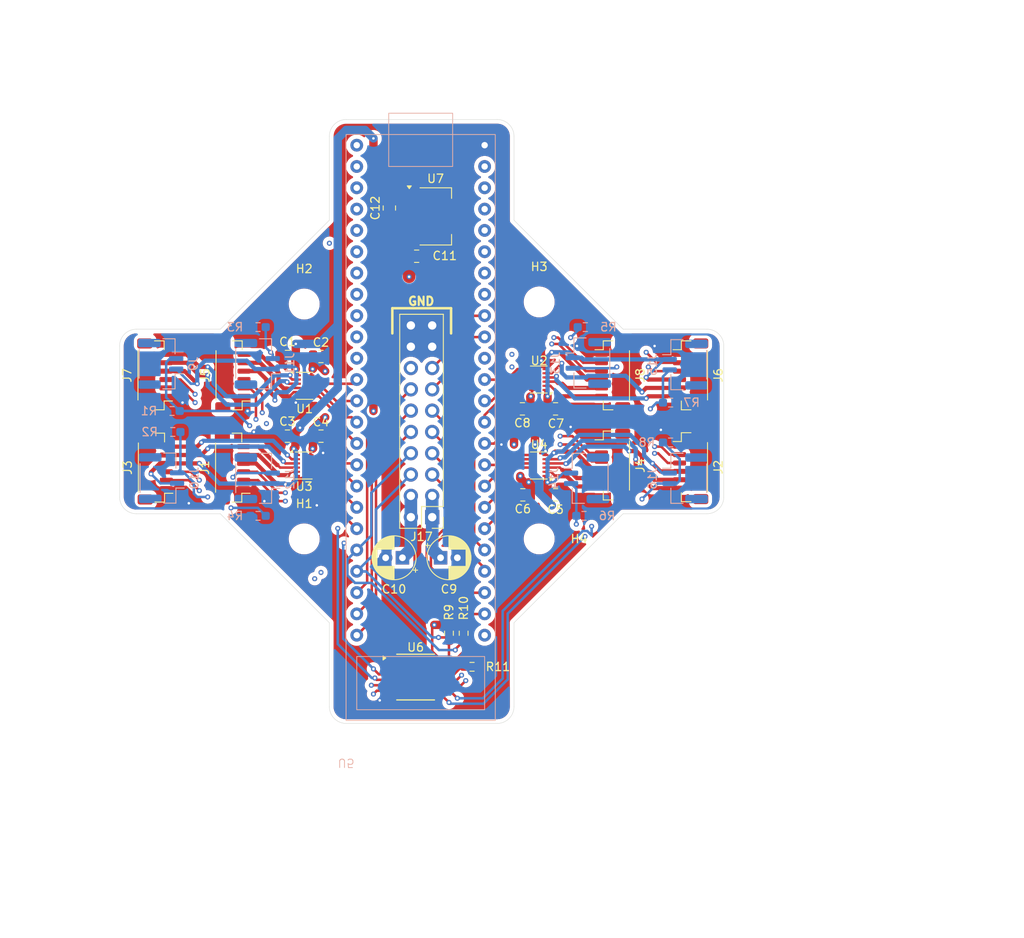
<source format=kicad_pcb>
(kicad_pcb (version 20240108) (generator "pcbnew") (generator_version "8.0")
  (layers (0 "F.Cu" signal) (1 "In1.Cu" signal) (2 "In2.Cu" signal) (31 "B.Cu" signal) (34 "B.Paste" user) (35 "F.Paste" user) (36 "B.SilkS" user "B.Silkscreen") (37 "F.SilkS" user "F.Silkscreen") (38 "B.Mask" user) (39 "F.Mask" user) (44 "Edge.Cuts" user))
  (net 0 "")
  (net 1 "GND")
  (net 2 "+3.3V")
  (net 3 "/MA_00")
  (net 4 "/EB_00")
  (net 5 "/MB_00")
  (net 6 "/EA_00")
  (net 7 "/EB_20")
  (net 8 "/MB_20")
  (net 9 "/MA_20")
  (net 10 "/EA_20")
  (net 11 "/MB_01")
  (net 12 "/EB_01")
  (net 13 "/MA_01")
  (net 14 "/EA_01")
  (net 15 "/EA_21")
  (net 16 "/MB_21")
  (net 17 "/EB_21")
  (net 18 "/MA_21")
  (net 19 "/EA_10")
  (net 20 "/EB_10")
  (net 21 "/MB_10")
  (net 22 "/MA_10")
  (net 23 "/MA_30")
  (net 24 "/EA_30")
  (net 25 "/MB_30")
  (net 26 "/EB_30")
  (net 27 "/EA_11")
  (net 28 "/EB_11")
  (net 29 "/MA_11")
  (net 30 "/MB_11")
  (net 31 "/EB_31")
  (net 32 "/MB_31")
  (net 33 "/MA_31")
  (net 34 "/EA_31")
  (net 35 "/SW_00")
  (net 36 "/SW_01")
  (net 37 "/SW_10")
  (net 38 "/SW_11")
  (net 39 "/SW_20")
  (net 40 "/SW_21")
  (net 41 "/SW_30")
  (net 42 "/SW_31")
  (net 43 "/FPGA0")
  (net 44 "/FPGA1")
  (net 45 "/FPGA3")
  (net 46 "/FPGA2")
  (net 47 "+12V")
  (net 48 "/SDA")
  (net 49 "/SCL")
  (net 50 "Net-(U6-NINT)")
  (net 51 "/INA_01")
  (net 52 "/INA_00")
  (net 53 "/INB_00")
  (net 54 "/INB_01")
  (net 55 "/INA_21")
  (net 56 "/INB_20")
  (net 57 "/INA_20")
  (net 58 "/INB_21")
  (net 59 "/INB_11")
  (net 60 "/INA_11")
  (net 61 "/INB_10")
  (net 62 "/INA_10")
  (net 63 "/INA_30")
  (net 64 "/INB_31")
  (net 65 "/INB_30")
  (net 66 "/INA_31")
  (net 67 "/FPGA9")
  (net 68 "/FPGA5")
  (net 69 "/FPGA6")
  (net 70 "/FPGA4")
  (net 71 "/FPGA8")
  (net 72 "/FPGA7")
  (net 80 "+5V")
  (footprint "MountingHole:MountingHole_3.2mm_M3" (layer "F.Cu") (at 72 102)
    (property "Reference" "H1")
    (property "Value" "MountingHole")
  )
  (footprint "Capacitor_THT:CP_Radial_D5.0mm_P2.00mm" (layer "F.Cu") (at 88.25 104.25)
    (property "Reference" "C9")
    (property "Value" "22uF")
  )
  (footprint "Connector_JST:JST_SH_BM06B-SRSS-TB_1x06-1MP_P1.00mm_Vertical" (layer "F.Cu") (at 54.25 93.5 90)
    (property "Reference" "J3")
    (property "Value" "Conn_01x06")
  )
  (footprint "Capacitor_SMD:C_0805_2012Metric" (layer "F.Cu") (at 74 80.25)
    (property "Reference" "C2")
    (property "Value" "0.1uF")
  )
  (footprint "Capacitor_SMD:C_0805_2012Metric" (layer "F.Cu") (at 85.4 68.3)
    (property "Reference" "C11")
    (property "Value" "100nF")
  )
  (footprint "Connector_JST:JST_SH_BM06B-SRSS-TB_1x06-1MP_P1.00mm_Vertical" (layer "F.Cu") (at 118.05 93.45 -90)
    (property "Reference" "J2")
    (property "Value" "Conn_01x06")
  )
  (footprint "Connector_JST:JST_SH_BM06B-SRSS-TB_1x06-1MP_P1.00mm_Vertical" (layer "F.Cu") (at 63.45 93.5 90)
    (property "Reference" "J1")
    (property "Value" "Conn_01x06")
  )
  (footprint "Connector_PinHeader_2.54mm:PinHeader_2x10_P2.54mm_Vertical" (layer "F.Cu") (at 87.25 99.41 180)
    (property "Reference" "J17")
    (property "Value" "Conn_02x10_Odd_Even")
  )
  (footprint "MountingHole:MountingHole_3.2mm_M3" (layer "F.Cu") (at 100 102)
    (property "Reference" "H4")
    (property "Value" "MountingHole")
  )
  (footprint "Package_DFN_QFN:TDFN-12_2x3mm_P0.5mm" (layer "F.Cu") (at 99.95 83 180)
    (property "Reference" "U2")
    (property "Value" "~")
  )
  (footprint "Capacitor_SMD:C_0805_2012Metric" (layer "F.Cu") (at 101.95 86.5)
    (property "Reference" "C7")
    (property "Value" "0.1uF")
  )
  (footprint "Connector_JST:JST_SH_BM06B-SRSS-TB_1x06-1MP_P1.00mm_Vertical" (layer "F.Cu") (at 63.5 82.5 90)
    (property "Reference" "J5")
    (property "Value" "Conn_01x06")
  )
  (footprint "Package_TO_SOT_SMD:SOT-223-3_TabPin2" (layer "F.Cu") (at 87.65 63.55)
    (property "Reference" "U7")
    (property "Value" "LD1117S33TR_SOT223")
  )
  (footprint "Package_DFN_QFN:TDFN-12_2x3mm_P0.5mm" (layer "F.Cu") (at 71.95 93.25)
    (property "Reference" "U3")
    (property "Value" "~")
  )
  (footprint "MountingHole:MountingHole_3.2mm_M3" (layer "F.Cu") (at 100 73.75)
    (property "Reference" "H3")
    (property "Value" "MountingHole")
  )
  (footprint "Connector_JST:JST_SH_BM06B-SRSS-TB_1x06-1MP_P1.00mm_Vertical" (layer "F.Cu") (at 108.75 82.5 -90)
    (property "Reference" "J8")
    (property "Value" "Conn_01x06")
  )
  (footprint "Resistor_SMD:R_0603_1608Metric_Pad0.98x0.95mm_HandSolder" (layer "F.Cu") (at 89.25 113.25 -90)
    (property "Reference" "R9")
    (property "Value" "2.2k")
  )
  (footprint "Capacitor_SMD:C_0805_2012Metric" (layer "F.Cu") (at 82.15 62.55 90)
    (property "Reference" "C12")
    (property "Value" "10uF")
  )
  (footprint "Capacitor_SMD:C_0805_2012Metric" (layer "F.Cu") (at 101.95 96.75)
    (property "Reference" "C5")
    (property "Value" "0.1uF")
  )
  (footprint "Package_DFN_QFN:TDFN-12_2x3mm_P0.5mm" (layer "F.Cu") (at 99.95 93.25 180)
    (property "Reference" "U4")
    (property "Value" "~")
  )
  (footprint "Package_DFN_QFN:TDFN-12_2x3mm_P0.5mm" (layer "F.Cu") (at 72.05 83.75)
    (property "Reference" "U1")
    (property "Value" "~")
  )
  (footprint "Capacitor_SMD:C_0805_2012Metric" (layer "F.Cu") (at 98 86.5 180)
    (property "Reference" "C8")
    (property "Value" "0.1uF")
  )
  (footprint "Resistor_SMD:R_0603_1608Metric_Pad0.98x0.95mm_HandSolder" (layer "F.Cu") (at 91 113.25 -90)
    (property "Reference" "R10")
    (property "Value" "2.2k")
  )
  (footprint "Package_SO:TSSOP-16-1EP_4.4x5mm_P0.65mm" (layer "F.Cu") (at 85.275 118.475)
    (property "Reference" "U6")
    (property "Value" "~")
  )
  (footprint "Connector_JST:JST_SH_BM06B-SRSS-TB_1x06-1MP_P1.00mm_Vertical" (layer "F.Cu") (at 108.75 93.25 -90)
    (property "Reference" "J4")
    (property "Value" "Conn_01x06")
  )
  (footprint "MountingHole:MountingHole_3.2mm_M3" (layer "F.Cu") (at 72 74)
    (property "Reference" "H2")
    (property "Value" "MountingHole")
  )
  (footprint "Connector_JST:JST_SH_BM06B-SRSS-TB_1x06-1MP_P1.00mm_Vertical" (layer "F.Cu") (at 54.2 82.5 90)
    (property "Reference" "J7")
    (property "Value" "Conn_01x06")
  )
  (footprint "Capacitor_SMD:C_0805_2012Metric" (layer "F.Cu") (at 98.05 96.75 180)
    (property "Reference" "C6")
    (property "Value" "0.1uF")
  )
  (footprint "Capacitor_SMD:C_0805_2012Metric" (layer "F.Cu") (at 70 89.75 180)
    (property "Reference" "C3")
    (property "Value" "0.1uF")
  )
  (footprint "Connector_JST:JST_SH_BM06B-SRSS-TB_1x06-1MP_P1.00mm_Vertical" (layer "F.Cu") (at 118.05 82.5 -90)
    (property "Reference" "J6")
    (property "Value" "Conn_01x06")
  )
  (footprint "Capacitor_THT:CP_Radial_D5.0mm_P2.00mm" (layer "F.Cu") (at 83.705113 104.25 180)
    (property "Reference" "C10")
    (property "Value" "22uF")
  )
  (footprint "Resistor_SMD:R_0603_1608Metric_Pad0.98x0.95mm_HandSolder" (layer "F.Cu") (at 92 117.25 180)
    (property "Reference" "R11")
    (property "Value" "2.2k")
  )
  (footprint "Capacitor_SMD:C_0805_2012Metric" (layer "F.Cu") (at 70 80.25 180)
    (property "Reference" "C1")
    (property "Value" "0.1uF")
  )
  (footprint "Capacitor_SMD:C_0805_2012Metric" (layer "F.Cu") (at 74 89.75)
    (property "Reference" "C4")
    (property "Value" "0.1uF")
  )
  (footprint "Connector_JST:JST_GH_SM02B-GHS-TB_1x02-1MP_P1.25mm_Horizontal" (layer "B.Cu") (at 54.9 81.125 90)
    (property "Reference" "J9")
    (property "Value" "Conn_01x02")
  )
  (footprint "Connector_JST:JST_GH_SM02B-GHS-TB_1x02-1MP_P1.25mm_Horizontal" (layer "B.Cu") (at 66.4 81.125 90)
    (property "Reference" "J11")
    (property "Value" "Conn_01x02")
  )
  (footprint "Connector_JST:JST_GH_SM02B-GHS-TB_1x02-1MP_P1.25mm_Horizontal" (layer "B.Cu") (at 105.85 81.025 -90)
    (property "Reference" "J13")
    (property "Value" "Conn_01x02")
  )
  (footprint "Resistor_SMD:R_0603_1608Metric_Pad0.98x0.95mm_HandSolder" (layer "B.Cu") (at 66.5 76.75 180)
    (property "Reference" "R3")
    (property "Value" "10k")
  )
  (footprint "Connector_JST:JST_GH_SM02B-GHS-TB_1x02-1MP_P1.25mm_Horizontal" (layer "B.Cu") (at 55 94.75 90)
    (property "Reference" "J10")
    (property "Value" "Conn_01x02")
  )
  (footprint "Resistor_SMD:R_0603_1608Metric_Pad0.98x0.95mm_HandSolder" (layer "B.Cu") (at 105.3375 99.25)
    (property "Reference" "R6")
    (property "Value" "10k")
  )
  (footprint "Resistor_SMD:R_0603_1608Metric_Pad0.98x0.95mm_HandSolder" (layer "B.Cu") (at 56.3375 89.25 180)
    (property "Reference" "R2")
    (property "Value" "10k")
  )
  (footprint "Connector_JST:JST_GH_SM02B-GHS-TB_1x02-1MP_P1.25mm_Horizontal" (layer "B.Cu") (at 105.65 94.775 -90)
    (property "Reference" "J14")
    (property "Value" "Conn_01x02")
  )
  (footprint "Connector_JST:JST_GH_SM02B-GHS-TB_1x02-1MP_P1.25mm_Horizontal" (layer "B.Cu") (at 66.4 94.775 90)
    (property "Reference" "J12")
    (property "Value" "Conn_01x02")
  )
  (footprint "Resistor_SMD:R_0603_1608Metric_Pad0.98x0.95mm_HandSolder" (layer "B.Cu") (at 115.6625 90.5)
    (property "Reference" "R8")
    (property "Value" "10k")
  )
  (footprint "Connector_JST:JST_GH_SM02B-GHS-TB_1x02-1MP_P1.25mm_Horizontal" (layer "B.Cu") (at 117.4 94.775 -90)
    (property "Reference" "J16")
    (property "Value" "Conn_01x02")
  )
  (footprint "Resistor_SMD:R_0603_1608Metric_Pad0.98x0.95mm_HandSolder" (layer "B.Cu") (at 56.25 86.75 180)
    (property "Reference" "R1")
    (property "Value" "10k")
  )
  (footprint "Resistor_SMD:R_0603_1608Metric_Pad0.98x0.95mm_HandSolder" (layer "B.Cu") (at 115.6625 85.75)
    (property "Reference" "R7")
    (property "Value" "10k")
  )
  (footprint "Resistor_SMD:R_0603_1608Metric_Pad0.98x0.95mm_HandSolder" (layer "B.Cu") (at 105.5 76.75)
    (property "Reference" "R5")
    (property "Value" "10k")
  )
  (footprint "CMOD_FPGA:CMODA7" (layer "B.Cu") (at 76.99 123.64)
    (property "Reference" "U5")
    (property "Value" "~")
  )
  (footprint "Resistor_SMD:R_0603_1608Metric_Pad0.98x0.95mm_HandSolder" (layer "B.Cu") (at 66.5 99.25 180)
    (property "Reference" "R4")
    (property "Value" "10k")
  )
  (footprint "Connector_JST:JST_GH_SM02B-GHS-TB_1x02-1MP_P1.25mm_Horizontal" (layer "B.Cu") (at 117.4 81.225 -90)
    (property "Reference" "J15")
    (property "Value" "Conn_01x02")
  )
  (gr_line (start 82.5 74.5) (end 89.5 74.5) (stroke (width 0.3)) (layer "F.SilkS"))
  (gr_line (start 82.5 74.5) (end 82.5 77.5) (stroke (width 0.3)) (layer "F.SilkS"))
  (gr_line (start 89.5 74.5) (end 89.5 77.5) (stroke (width 0.3)) (layer "F.SilkS"))
  (gr_line (start 52 99) (end 62 99) (stroke (width 0.05)) (layer "Edge.Cuts"))
  (gr_arc (start 50 79) (mid 50.585786 77.585786) (end 52 77) (stroke (width 0.05)) (layer "Edge.Cuts"))
  (gr_line (start 97 54) (end 97 64) (stroke (width 0.05)) (layer "Edge.Cuts"))
  (gr_line (start 52 77) (end 62 77) (stroke (width 0.05)) (layer "Edge.Cuts"))
  (gr_line (start 62 99) (end 75 112) (stroke (width 0.05)) (layer "Edge.Cuts"))
  (gr_arc (start 97 122) (mid 96.414214 123.414214) (end 95 124) (stroke (width 0.05)) (layer "Edge.Cuts"))
  (gr_line (start 75 54) (end 75 64) (stroke (width 0.05)) (layer "Edge.Cuts"))
  (gr_line (start 122 79) (end 122 97) (stroke (width 0.05)) (layer "Edge.Cuts"))
  (gr_line (start 75 122) (end 75 112) (stroke (width 0.05)) (layer "Edge.Cuts"))
  (gr_arc (start 77 124) (mid 75.585786 123.414214) (end 75 122) (stroke (width 0.05)) (layer "Edge.Cuts"))
  (gr_arc (start 75 54) (mid 75.585786 52.585786) (end 77 52) (stroke (width 0.05)) (layer "Edge.Cuts"))
  (gr_line (start 75 64) (end 62 77) (stroke (width 0.05)) (layer "Edge.Cuts"))
  (gr_line (start 120 77) (end 110 77) (stroke (width 0.05)) (layer "Edge.Cuts"))
  (gr_arc (start 52 99) (mid 50.585786 98.414214) (end 50 97) (stroke (width 0.05)) (layer "Edge.Cuts"))
  (gr_line (start 77 124) (end 95 124) (stroke (width 0.05)) (layer "Edge.Cuts"))
  (gr_arc (start 122 97) (mid 121.414214 98.414214) (end 120 99) (stroke (width 0.05)) (layer "Edge.Cuts"))
  (gr_line (start 120 99) (end 110 99) (stroke (width 0.05)) (layer "Edge.Cuts"))
  (gr_line (start 50 79) (end 50 97) (stroke (width 0.05)) (layer "Edge.Cuts"))
  (gr_line (start 77 52) (end 95 52) (stroke (width 0.05)) (layer "Edge.Cuts"))
  (gr_arc (start 120 77) (mid 121.414214 77.585786) (end 122 79) (stroke (width 0.05)) (layer "Edge.Cuts"))
  (gr_line (start 97 122) (end 97 112) (stroke (width 0.05)) (layer "Edge.Cuts"))
  (gr_arc (start 95 52) (mid 96.414214 52.585786) (end 97 54) (stroke (width 0.05)) (layer "Edge.Cuts"))
  (gr_line (start 97 112) (end 110 99) (stroke (width 0.05)) (layer "Edge.Cuts"))
  (gr_line (start 110 77) (end 97 64) (stroke (width 0.05)) (layer "Edge.Cuts"))
  (gr_text "GND" (at 84.25 74.25 0) (layer "F.SilkS") (effects (font (size 1 1) (thickness 0.25) (bold yes)) (justify left bottom)))
  (segment (start 97.05 86.5) (end 96 87.55) (width 0.3) (layer "F.Cu") (net 1))
  (segment (start 71.25 85.5) (end 71 85.75) (width 0.3) (layer "F.Cu") (net 1))
  (segment (start 65.25 85.425) (end 64.825 85) (width 0.3) (layer "F.Cu") (net 1))
  (segment (start 68.55 89.25) (end 66 89.25) (width 0.3) (layer "F.Cu") (net 1))
  (segment (start 107.425 80) (end 105.5 80) (width 0.3) (layer "F.Cu") (net 1))
  (segment (start 82.5 120.75) (end 81.5 120.75) (width 0.3) (layer "F.Cu") (net 1))
  (segment (start 73.5 98) (end 71.15 95.65) (width 0.3) (layer "F.Cu") (net 1))
  (segment (start 114.75 80) (end 113.75 79) (width 0.3) (layer "F.Cu") (net 1))
  (segment (start 114.775 89) (end 114.5 89) (width 0.3) (layer "F.Cu") (net 1))
  (segment (start 55.525 85) (end 56.75 85) (width 0.3) (layer "F.Cu") (net 1))
  (segment (start 65.25 86.75) (end 65.25 85.425) (width 0.3) (layer "F.Cu") (net 1))
  (segment (start 100.75 92) (end 100.75 91.5) (width 0.3) (layer "F.Cu") (net 1))
  (segment (start 69.05 89.75) (end 68.55 89.25) (width 0.3) (layer "F.Cu") (net 1))
  (segment (start 116.725 90.95) (end 114.775 89) (width 0.3) (layer "F.Cu") (net 1))
  (segment (start 105.85 90.75) (end 107.425 90.75) (width 0.3) (layer "F.Cu") (net 1))
  (segment (start 65.75 96) (end 67.25 97.5) (width 0.3) (layer "F.Cu") (net 1))
  (segment (start 105.5 80) (end 104.5 79) (width 0.3) (layer "F.Cu") (net 1))
  (segment (start 103.75 88.65) (end 105.85 90.75) (width 0.3) (layer "F.Cu") (net 1))
  (segment (start 100.25 80.75) (end 100.75 81.25) (width 0.3) (layer "F.Cu") (net 1))
  (segment (start 71.25 85) (end 71.25 85.5) (width 0.3) (layer "F.Cu") (net 1))
  (segment (start 64.775 96) (end 65.75 96) (width 0.3) (layer "F.Cu") (net 1))
  (segment (start 81.5 120.75) (end 81 121.25) (width 0.3) (layer "F.Cu") (net 1))
  (segment (start 100.75 81.25) (end 100.75 81.75) (width 0.3) (layer "F.Cu") (net 1))
  (segment (start 116.725 80) (end 114.75 80) (width 0.3) (layer "F.Cu") (net 1))
  (segment (start 96 90.25) (end 95.5 90.75) (width 0.3) (layer "F.Cu") (net 1))
  (segment (start 56.75 85) (end 57.5 85.75) (width 0.3) (layer "F.Cu") (net 1))
  (segment (start 71.15 95.65) (end 71.15 94.5) (width 0.3) (layer "F.Cu") (net 1))
  (segment (start 55.575 96) (end 56.5 96) (width 0.3) (layer "F.Cu") (net 1))
  (segment (start 96 87.55) (end 96 90.25) (width 0.3) (layer "F.Cu") (net 1))
  (segment (start 56.5 96) (end 58.25 97.75) (width 0.3) (layer "F.Cu") (net 1))
  (via (at 113.75 79) (size 0.6) (drill 0.3) (layers "F.Cu" "B.Cu") (net 1))
  (via (at 73.5 98) (size 0.6) (drill 0.3) (layers "F.Cu" "B.Cu") (net 1))
  (via (at 74.25 91.75) (size 0.6) (drill 0.3) (layers "F.Cu" "B.Cu") (net 1))
  (via (at 58.25 97.75) (size 0.6) (drill 0.3) (layers "F.Cu" "B.Cu") (net 1))
  (via (at 100.75 91.5) (size 0.6) (drill 0.3) (layers "F.Cu" "B.Cu") (net 1))
  (via (at 104.5 79) (size 0.6) (drill 0.3) (layers "F.Cu" "B.Cu") (net 1))
  (via (at 71 85.75) (size 0.6) (drill 0.3) (layers "F.Cu" "B.Cu") (net 1))
  (via (at 100.25 80.75) (size 0.6) (drill 0.3) (layers "F.Cu" "B.Cu") (net 1))
  (via (at 66 89.25) (size 0.6) (drill 0.3) (layers "F.Cu" "B.Cu") (net 1))
  (via (at 65.25 86.75) (size 0.6) (drill 0.3) (layers "F.Cu" "B.Cu") (net 1))
  (via (at 95.5 90.75) (size 0.6) (drill 0.3) (layers "F.Cu" "B.Cu") (net 1))
  (via (at 103.75 88.65) (size 0.6) (drill 0.3) (layers "F.Cu" "B.Cu") (net 1))
  (via (at 57.5 85.75) (size 0.6) (drill 0.3) (layers "F.Cu" "B.Cu") (net 1))
  (via (at 67.25 97.5) (size 0.6) (drill 0.3) (layers "F.Cu" "B.Cu") (net 1))
  (via (at 114.5 89) (size 0.6) (drill 0.3) (layers "F.Cu" "B.Cu") (net 1))
  (via (at 81 121.25) (size 0.6) (drill 0.3) (layers "F.Cu" "B.Cu") (net 1))
  (segment (start 53.75 94.050001) (end 53.75 94.25) (width 0.5) (layer "F.Cu") (net 2))
  (segment (start 105.694366 83) (end 107.425 83) (width 0.5) (layer "F.Cu") (net 2))
  (segment (start 71.25 82) (end 71 81.75) (width 0.3) (layer "F.Cu") (net 2))
  (segment (start 71.25 82.5) (end 71.25 82) (width 0.3) (layer "F.Cu") (net 2))
  (segment (start 92 115.0875) (end 92 113.0875) (width 0.3) (layer "F.Cu") (net 2))
  (segment (start 99.5 90.75) (end 99.5 89.5) (width 1) (layer "F.Cu") (net 2))
  (segment (start 70.95 91.05) (end 70.75 91.25) (width 1) (layer "F.Cu") (net 2))
  (segment (start 82.15 63.5) (end 81.425 63.5) (width 1) (layer "F.Cu") (net 2))
  (segment (start 102.444366 79.75) (end 105.694366 83) (width 0.5) (layer "F.Cu") (net 2))
  (segment (start 113 83) (end 112.75 82.75) (width 0.5) (layer "F.Cu") (net 2))
  (segment (start 57.75 82) (end 59.25 83.5) (width 0.5) (layer "F.Cu") (net 2))
  (segment (start 114.45 93.95) (end 113.5 93) (width 0.5) (layer "F.Cu") (net 2))
  (segment (start 71.15 92) (end 71.15 91.65) (width 0.3) (layer "F.Cu") (net 2))
  (segment (start 100.75 84.25) (end 100.75 84.75) (width 0.3) (layer "F.Cu") (net 2))
  (segment (start 80.25 62.325) (end 80.25 54.25) (width 1) (layer "F.Cu") (net 2))
  (segment (start 55.525 82) (end 57.75 82) (width 0.5) (layer "F.Cu") (net 2))
  (segment (start 71 78.75) (end 71 80.2) (width 1) (layer "F.Cu") (net 2))
  (segment (start 92 115.0875) (end 92.9125 116) (width 0.3) (layer "F.Cu") (net 2))
  (segment (start 92 113.0875) (end 91.25 112.3375) (width 0.3) (layer "F.Cu") (net 2))
  (segment (start 101 97.5) (end 101.5 98) (width 1) (layer "F.Cu") (net 2))
  (segment (start 67.5 84.050611) (end 67.5 83) (width 0.5) (layer "F.Cu") (net 2))
  (segment (start 68.75 95.5) (end 66.25 93) (width 0.5) (layer "F.Cu") (net 2))
  (segment (start 88.05 116.2) (end 87.25 115.4) (width 0.3) (layer "F.Cu") (net 2))
  (segment (start 80.25 62.325) (end 80.25 86.75) (width 1) (layer "F.Cu") (net 2))
  (segment (start 100.75 84.75) (end 101 85) (width 0.3) (layer "F.Cu") (net 2))
  (segment (start 82.2 63.55) (end 82.15 63.5) (width 1) (layer "F.Cu") (net 2))
  (segment (start 101.75 91.75) (end 101.9 91.6) (width 0.5) (layer "F.Cu") (net 2))
  (segment (start 84.5 63.55) (end 82.2 63.55) (width 1) (layer "F.Cu") (net 2))
  (segment (start 91.1625 112.25) (end 91.25 112.3375) (width 1) (layer "F.Cu") (net 2))
  (segment (start 101 86.5) (end 101 85) (width 1) (layer "F.Cu") (net 2))
  (segment (start 70.95 89.3) (end 70.95 89.75) (width 1) (layer "F.Cu") (net 2))
  (segment (start 54.800001 93) (end 53.75 94.050001) (width 0.5) (layer "F.Cu") (net 2))
  (segment (start 71 80.2) (end 70.95 80.25) (width 1) (layer "F.Cu") (net 2))
  (segment (start 101.5 79.75) (end 102.444366 79.75) (width 0.5) (layer "F.Cu") (net 2))
  (segment (start 70.95 80.25) (end 70.95 81.7) (width 1) (layer "F.Cu") (net 2))
  (segment (start 55.575 93) (end 59.5 93) (width 0.5) (layer "F.Cu") (net 2))
  (segment (start 70.95 89.75) (end 70.95 91.05) (width 1) (layer "F.Cu") (net 2))
  (segment (start 71.15 91.65) (end 70.75 91.25) (width 0.3) (layer "F.Cu") (net 2))
  (segment (start 66.5 82) (end 64.825 82) (width 0.5) (layer "F.Cu") (net 2))
  (segment (start 66.25 93) (end 64.775 93) (width 0.5) (layer "F.Cu") (net 2))
  (segment (start 116.725 93.95) (end 114.45 93.95) (width 0.5) (layer "F.Cu") (net 2))
  (segment (start 55.575 93) (end 54.800001 93) (width 0.5) (layer "F.Cu") (net 2))
  (segment (start 81.425 63.5) (end 80.25 62.325) (width 1) (layer "F.Cu") (net 2))
  (segment (start 101 88) (end 101 86.5) (width 1) (layer "F.Cu") (net 2))
  (segment (start 101.9 91.6) (end 104.250708 91.6) (width 0.5) (layer "F.Cu") (net 2))
  (segment (start 68.507196 85.057807) (end 67.5 84.050611) (width 0.5) (layer "F.Cu") (net 2))
  (segment (start 92.9125 116) (end 92.9125 117.25) (width 0.3) (layer "F.Cu") (net 2))
  (segment (start 87.5 112.25) (end 91.1625 112.25) (width 1) (layer "F.Cu") (net 2))
  (segment (start 99.5 89.5) (end 101 88) (width 1) (layer "F.Cu") (net 2))
  (segment (start 68.507196 85.46055) (end 68.507196 85.057807) (width 0.5) (layer "F.Cu") (net 2))
  (segment (start 67.5 83) (end 66.5 82) (width 0.5) (layer "F.Cu") (net 2))
  (segment (start 101 96.75) (end 101 97.5) (width 1) (layer "F.Cu") (net 2))
  (segment (start 101 96.75) (end 101 95.25) (width 1) (layer "F.Cu") (net 2))
  (segment (start 69.75 95.5) (end 68.75 95.5) (width 0.5) (layer "F.Cu") (net 2))
  (segment (start 84.5 63.55) (end 90.8 63.55) (width 1) (layer "F.Cu") (net 2))
  (segment (start 100.75 94.5) (end 100.75 95) (width 0.3) (layer "F.Cu") (net 2))
  (segment (start 71.5 88.75) (end 70.95 89.3) (width 1) (layer "F.Cu") (net 2))
  (segment (start 116.725 83) (end 113 83) (width 0.5) (layer "F.Cu") (net 2))
  (segment (start 100.75 95) (end 101 95.25) (width 0.3) (layer "F.Cu") (net 2))
  (segment (start 87.25 112.5) (end 87.5 112.25) (width 0.3) (layer "F.Cu") (net 2))
  (segment (start 70.95 81.7) (end 71 81.75) (width 1) (layer "F.Cu") (net 2))
  (segment (start 106.400708 93.75) (end 107.425 93.75) (width 0.5) (layer "F.Cu") (net 2))
  (segment (start 87.25 115.4) (end 87.25 112.5) (width 0.3) (layer "F.Cu") (net 2))
  (segment (start 104.250708 91.6) (end 106.400708 93.75) (width 0.5) (layer "F.Cu") (net 2))
  (via (at 112.75 82.75) (size 0.6) (drill 0.3) (layers "F.Cu" "B.Cu") (net 2))
  (via (at 71 78.75) (size 0.6) (drill 0.3) (layers "F.Cu" "B.Cu") (net 2))
  (via (at 80.25 54.25) (size 0.6) (drill 0.3) (layers "F.Cu" "B.Cu") (net 2))
  (via (at 101 85) (size 0.6) (drill 0.3) (layers "F.Cu" "B.Cu") (net 2))
  (via (at 99.5 90.75) (size 0.6) (drill 0.3) (layers "F.Cu" "B.Cu") (net 2))
  (via (at 80.25 86.75) (size 0.6) (drill 0.3) (layers "F.Cu" "B.Cu") (net 2))
  (via (at 101.5 79.75) (size 0.6) (drill 0.3) (layers "F.Cu" "B.Cu") (net 2))
  (via (at 71 81.75) (size 0.6) (drill 0.3) (layers "F.Cu" "B.Cu") (net 2))
  (via (at 101.75 91.75) (size 0.6) (drill 0.3) (layers "F.Cu" "B.Cu") (net 2))
  (via (at 69.75 95.5) (size 0.6) (drill 0.3) (layers "F.Cu" "B.Cu") (net 2))
  (via (at 53.75 94.25) (size 0.6) (drill 0.3) (layers "F.Cu" "B.Cu") (net 2))
  (via (at 87.5 112.25) (size 0.6) (drill 0.3) (layers "F.Cu" "B.Cu") (net 2))
  (via (at 101.5 98) (size 0.6) (drill 0.3) (layers "F.Cu" "B.Cu") (net 2))
  (via (at 101 95.25) (size 0.6) (drill 0.3) (layers "F.Cu" "B.Cu") (net 2))
  (via (at 68.507196 85.46055) (size 0.6) (drill 0.3) (layers "F.Cu" "B.Cu") (net 2))
  (via (at 113.5 93) (size 0.6) (drill 0.3) (layers "F.Cu" "B.Cu") (net 2))
  (via (at 59.25 83.5) (size 0.6) (drill 0.3) (layers "F.Cu" "B.Cu") (net 2))
  (via (at 71.5 88.75) (size 0.6) (drill 0.3) (layers "F.Cu" "B.Cu") (net 2))
  (via (at 70.75 91.25) (size 0.6) (drill 0.3) (layers "F.Cu" "B.Cu") (net 2))
  (via (at 59.5 93) (size 0.6) (drill 0.3) (layers "F.Cu" "B.Cu") (net 2))
  (segment (start 105.25 80.6) (end 115.55 80.6) (width 0.5) (layer "B.Cu") (net 2))
  (segment (start 102.165544 91.584456) (end 102.795569 91.584456) (width 0.5) (layer "B.Cu") (net 2))
  (segment (start 77 53.25) (end 76 54.25) (width 1) (layer "B.Cu") (net 2))
  (segment (start 103.8 94.15) (end 102.85 94.15) (width 0.3) (layer "B.Cu") (net 2))
  (segment (start 71.5 88.5) (end 76 84) (width 1) (layer "B.Cu") (net 2))
  (segment (start 69.75 95.5) (end 70.5 95.5) (width 0.5) (layer "B.Cu") (net 2))
  (segment (start 105.05 80.4) (end 105.25 80.6) (width 0.5) (layer "B.Cu") (net 2))
  (segment (start 104.200001 80.4) (end 105.05 80.4) (width 0.5) (layer "B.Cu") (net 2))
  (segment (start 56.75 81.75) (end 58.5 83.5) (width 0.3) (layer "B.Cu") (net 2))
  (segment (start 71 91.5) (end 70.75 91.25) (width 0.5) (layer "B.Cu") (net 2))
  (segment (start 65.150001 80.75) (end 66.150001 81.75) (width 0.5) (layer "B.Cu") (net 2))
  (segment (start 68.507196 85.46055) (end 68.507196 84.803465) (width 0.5) (layer "B.Cu") (net 2))
  (segment (start 115.55 94.15) (end 114.65 94.15) (width 0.3) (layer "B.Cu") (net 2))
  (segment (start 114.65 94.15) (end 113.5 93) (width 0.3) (layer "B.Cu") (net 2))
  (segment (start 79.25 53.25) (end 77 53.25) (width 1) (layer "B.Cu") (net 2))
  (segment (start 112.5 91.25) (end 112.5 92.060661) (width 0.5) (layer "B.Cu") (net 2))
  (segment (start 112.5 92.060661) (end 113.439339 93) (width 0.5) (layer "B.Cu") (net 2))
  (segment (start 69.75 95.5) (end 69.65 95.4) (width 0.5) (layer "B.Cu") (net 2))
  (segment (start 100 95.085786) (end 100 96.5) (width 1) (layer "B.Cu") (net 2))
  (segment (start 66.150001 81.75) (end 67 81.75) (width 0.5) (layer "B.Cu") (net 2))
  (segment (start 73.75 78.75) (end 71 78.75) (width 1) (layer "B.Cu") (net 2))
  (segment (start 67 81.75) (end 68.5 81.75) (width 0.5) (layer "B.Cu") (net 2))
  (segment (start 68.5 81.75) (end 68.8 81.45) (width 0.5) (layer "B.Cu") (net 2))
  (segment (start 100 96.5) (end 101.5 98) (width 1) (layer "B.Cu") (net 2))
  (segment (start 60.189339 80.75) (end 65.150001 80.75) (width 0.5) (layer "B.Cu") (net 2))
  (segment (start 70 84.5) (end 71.063642 83.436358) (width 0.5) (layer "B.Cu") (net 2))
  (segment (start 101 92.5) (end 101 95.25) (width 0.5) (layer "B.Cu") (net 2))
  (segment (start 115.55 80.6) (end 114.9 80.6) (width 0.3) (layer "B.Cu") (net 2))
  (segment (start 76 54.25) (end 76 76.5) (width 1) (layer "B.Cu") (net 2))
  (segment (start 71 95) (end 71 91.5) (width 0.5) (layer "B.Cu") (net 2))
  (segment (start 59.25 81.689339) (end 60.189339 80.75) (width 0.5) (layer "B.Cu") (net 2))
  (segment (start 70.5 95.5) (end 71 95) (width 0.5) (layer "B.Cu") (net 2))
  (segment (start 80.25 54.25) (end 79.25 53.25) (width 1) (layer "B.Cu") (net 2))
  (segment (start 102 91.75) (end 102.165544 91.584456) (width 0.5) (layer "B.Cu") (net 2))
  (segment (start 99.25 91) (end 99.25 94.335786) (width 1) (layer "B.Cu") (net 2))
  (segment (start 59.5 93) (end 61.9 95.4) (width 0.5) (layer "B.Cu") (net 2))
  (segment (start 68.8 81.45) (end 70.7 81.45) (width 0.5) (layer "B.Cu") (net 2))
  (segment (start 103.550001 79.75) (end 104.200001 80.4) (width 0.5) (layer "B.Cu") (net 2))
  (segment (start 69.65 95.4) (end 67 95.4) (width 0.5) (layer "B.Cu") (net 2))
  (segment (start 71.5 88.75) (end 71.5 88.5) (width 1) (layer "B.Cu") (net 2))
  (segment (start 58.5 83.5) (end 59.25 83.5) (width 0.3) (layer "B.Cu") (net 2))
  (segment (start 54.875 95.375) (end 53.75 94.25) (width 0.3) (layer "B.Cu") (net 2))
  (segment (start 99.5 90.75) (end 99.25 91) (width 1) (layer "B.Cu") (net 2))
  (segment (start 101.75 91.75) (end 101 92.5) (width 0.5) (layer "B.Cu") (net 2))
  (segment (start 61.9 95.4) (end 67 95.4) (width 0.5) (layer "B.Cu") (net 2))
  (segment (start 71.063642 83.436358) (end 71.063642 81.813642) (width 0.5) (layer "B.Cu") (net 2))
  (segment (start 99.25 94.335786) (end 100 95.085786) (width 1) (layer "B.Cu") (net 2))
  (segment (start 104.780025 89.6) (end 110.85 89.6) (width 0.5) (layer "B.Cu") (net 2))
  (segment (start 71.063642 81.813642) (end 71 81.75) (width 0.5) (layer "B.Cu") (net 2))
  (segment (start 68.810661 84.5) (end 70 84.5) (width 0.5) (layer "B.Cu") (net 2))
  (segment (start 101.5 79.75) (end 103.550001 79.75) (width 0.5) (layer "B.Cu") (net 2))
  (segment (start 102.795569 91.584456) (end 104.780025 89.6) (width 0.5) (layer "B.Cu") (net 2))
  (segment (start 101 80.25) (end 101 85) (width 0.5) (layer "B.Cu") (net 2))
  (segment (start 76 76.5) (end 73.75 78.75) (width 1) (layer "B.Cu") (net 2))
  (segment (start 59.25 83.5) (end 59.25 81.689339) (width 0.5) (layer "B.Cu") (net 2))
  (segment (start 68.507196 84.803465) (end 68.810661 84.5) (width 0.5) (layer "B.Cu") (net 2))
  (segment (start 110.85 89.6) (end 112.5 91.25) (width 0.5) (layer "B.Cu") (net 2))
  (segment (start 76 84) (end 76 76.5) (width 1) (layer "B.Cu") (net 2))
  (segment (start 70.7 81.45) (end 71 81.75) (width 0.5) (layer "B.Cu") (net 2))
  (segment (start 101.75 95.25) (end 101 95.25) (width 0.3) (layer "B.Cu") (net 2))
  (segment (start 102.85 94.15) (end 101.75 95.25) (width 0.3) (layer "B.Cu") (net 2))
  (segment (start 101.5 79.75) (end 101 80.25) (width 0.5) (layer "B.Cu") (net 2))
  (segment (start 101.75 91.75) (end 102 91.75) (width 0.5) (layer "B.Cu") (net 2))
  (segment (start 113.439339 93) (end 113.5 93) (width 0.5) (layer "B.Cu") (net 2))
  (segment (start 56.85 95.375) (end 54.875 95.375) (width 0.3) (layer "B.Cu") (net 2))
  (segment (start 114.9 80.6) (end 112.75 82.75) (width 0.3) (layer "B.Cu") (net 2))
  (segment (start 58.006928 81) (end 59.506928 82.5) (width 0.5) (layer "F.Cu") (net 3))
  (segment (start 69.956619 83.300858) (end 70.155761 83.5) (width 0.3) (layer "F.Cu") (net 3))
  (segment (start 59.506928 82.5) (end 60.5 82.5) (width 0.5) (layer "F.Cu") (net 3))
  (segment (start 70.155761 83.5) (end 71.25 83.5) (width 0.3) (layer "F.Cu") (net 3))
  (segment (start 55.525 81) (end 58.006928 81) (width 0.5) (layer "F.Cu") (net 3))
  (via (at 60.5 82.5) (size 0.6) (drill 0.3) (layers "F.Cu" "B.Cu") (net 3))
  (via (at 69.956619 83.300858) (size 0.6) (drill 0.3) (layers "F.Cu" "B.Cu") (net 3))
  (segment (start 60.5 83.739949) (end 60.5 82.5) (width 0.5) (layer "B.Cu") (net 3))
  (segment (start 69.956619 83.300858) (end 69.855761 83.2) (width 0.5) (layer "B.Cu") (net 3))
  (segment (start 66.320711 86) (end 62.760051 86) (width 0.5) (layer "B.Cu") (net 3))
  (segment (start 69.855761 83.2) (end 69.120711 83.2) (width 0.5) (layer "B.Cu") (net 3))
  (segment (start 69.120711 83.2) (end 66.320711 86) (width 0.5) (layer "B.Cu") (net 3))
  (segment (start 62.760051 86) (end 60.5 83.739949) (width 0.5) (layer "B.Cu") (net 3))
  (segment (start 55.525 83) (end 57.25 83) (width 0.3) (layer "F.Cu") (net 4))
  (segment (start 57.25 83) (end 59 84.75) (width 0.3) (layer "F.Cu") (net 4))
  (via (at 59 84.75) (size 0.6) (drill 0.3) (layers "F.Cu" "B.Cu") (net 4))
  (via (at 75 66.75) (size 0.6) (drill 0.3) (layers "F.Cu" "B.Cu") (net 4))
  (segment (start 70.313642 82.477264) (end 70.313642 82.738642) (width 0.3) (layer "F.Cu") (net 5))
  (segment (start 70.575 83) (end 71.25 83) (width 0.3) (layer "F.Cu") (net 5))
  (segment (start 70.313642 82.738642) (end 70.575 83) (width 0.3) (layer "F.Cu") (net 5))
  (segment (start 59.496878 81.5) (end 60.5 81.5) (width 0.5) (layer "F.Cu") (net 5))
  (segment (start 57.996878 80) (end 59.496878 81.5) (width 0.5) (layer "F.Cu") (net 5))
  (segment (start 55.525 80) (end 57.996878 80) (width 0.5) (layer "F.Cu") (net 5))
  (via (at 60.5 81.5) (size 0.6) (drill 0.3) (layers "F.Cu" "B.Cu") (net 5))
  (via (at 70.313642 82.477264) (size 0.6) (drill 0.3) (layers "F.Cu" "B.Cu") (net 5))
  (segment (start 68.496878 82.5) (end 65.996878 85) (width 0.5) (layer "B.Cu") (net 5))
  (segment (start 65.996878 85) (end 62.75 85) (width 0.5) (layer "B.Cu") (net 5))
  (segment (start 61.2 83.45) (end 61.2 82.860661) (width 0.5) (layer "B.Cu") (net 5))
  (segment (start 60.560661 81.5) (end 60.5 81.5) (width 0.5) (layer "B.Cu") (net 5))
  (segment (start 61.25 82.810661) (end 61.25 82.189339) (width 0.5) (layer "B.Cu") (net 5))
  (segment (start 70.290906 82.5) (end 68.496878 82.5) (width 0.5) (layer "B.Cu") (net 5))
  (segment (start 62.75 85) (end 61.2 83.45) (width 0.5) (layer "B.Cu") (net 5))
  (segment (start 61.2 82.860661) (end 61.25 82.810661) (width 0.5) (layer "B.Cu") (net 5))
  (segment (start 61.25 82.189339) (end 60.560661 81.5) (width 0.5) (layer "B.Cu") (net 5))
  (segment (start 70.313642 82.477264) (end 70.290906 82.5) (width 0.5) (layer "B.Cu") (net 5))
  (segment (start 55.525 84) (end 57.25 84) (width 0.3) (layer "F.Cu") (net 6))
  (segment (start 57.25 84) (end 59 85.75) (width 0.3) (layer "F.Cu") (net 6))
  (via (at 59 85.75) (size 0.6) (drill 0.3) (layers "F.Cu" "B.Cu") (net 6))
  (segment (start 101.75 78) (end 102.25 78) (width 0.3) (layer "F.Cu") (net 7))
  (segment (start 102.25 78) (end 105.25 81) (width 0.3) (layer "F.Cu") (net 7))
  (segment (start 105.25 81) (end 107.425 81) (width 0.3) (layer "F.Cu") (net 7))
  (via (at 101.75 78) (size 0.6) (drill 0.3) (layers "F.Cu" "B.Cu") (net 7))
  (segment (start 102.04038 84.45962) (end 102.58076 85) (width 0.5) (layer "F.Cu") (net 8))
  (segment (start 101.330761 83.75) (end 100.75 83.75) (width 0.3) (layer "F.Cu") (net 8))
  (segment (start 102.04038 84.459619) (end 101.330761 83.75) (width 0.3) (layer "F.Cu") (net 8))
  (segment (start 102.58076 85) (end 107.425 85) (width 0.5) (layer "F.Cu") (net 8))
  (segment (start 102.04038 84.45962) (end 102.04038 84.459619) (width 0.3) (layer "F.Cu") (net 8))
  (segment (start 102.75 83.5) (end 103.25 84) (width 0.5) (layer "F.Cu") (net 9))
  (segment (start 103.25 84) (end 107.425 84) (width 0.5) (layer "F.Cu") (net 9))
  (segment (start 102.190152 83.5) (end 101.940152 83.25) (width 0.3) (layer "F.Cu") (net 9))
  (segment (start 102.75 83.5) (end 102.190152 83.5) (width 0.3) (layer "F.Cu") (net 9))
  (segment (start 101.940152 83.25) (end 100.75 83.25) (width 0.3) (layer "F.Cu") (net 9))
  (segment (start 105.542894 82) (end 107.425 82) (width 0.3) (layer "F.Cu") (net 10))
  (segment (start 101.497017 78.758949) (end 102.301843 78.758949) (width 0.3) (layer "F.Cu") (net 10))
  (segment (start 102.301843 78.758949) (end 105.542894 82) (width 0.3) (layer "F.Cu") (net 10))
  (via (at 101.497017 78.758949) (size 0.6) (drill 0.3) (layers "F.Cu" "B.Cu") (net 10))
  (segment (start 66.75 80) (end 64.825 80) (width 0.5) (layer "F.Cu") (net 11))
  (segment (start 68.940218 83.440218) (end 68.940218 82.190218) (width 0.5) (layer "F.Cu") (net 11))
  (segment (start 68.940218 83.440218) (end 69.56846 84.06846) (width 0.5) (layer "F.Cu") (net 11))
  (segment (start 69.56846 84.06846) (end 69.931541 84.06846) (width 0.5) (layer "F.Cu") (net 11))
  (segment (start 70 84) (end 71.25 84) (width 0.3) (layer "F.Cu") (net 11))
  (segment (start 68.940218 82.190218) (end 66.75 80) (width 0.5) (layer "F.Cu") (net 11))
  (segment (start 65.95 83.742893) (end 65.95 83.638738) (width 0.3) (layer "F.Cu") (net 12))
  (segment (start 65.95 83.638738) (end 65.311262 83) (width 0.3) (layer "F.Cu") (net 12))
  (segment (start 67 86.95) (end 67 84.792893) (width 0.3) (layer "F.Cu") (net 12))
  (segment (start 67 84.792893) (end 65.95 83.742893) (width 0.3) (layer "F.Cu") (net 12))
  (segment (start 65.311262 83) (end 64.825 83) (width 0.3) (layer "F.Cu") (net 12))
  (via (at 67 86.95) (size 0.6) (drill 0.3) (layers "F.Cu" "B.Cu") (net 12))
  (segment (start 68.240218 82.490218) (end 68.240218 83.800879) (width 0.5) (layer "F.Cu") (net 13))
  (segment (start 71.25 84.5) (end 70.75 84.5) (width 0.3) (layer "F.Cu") (net 13))
  (segment (start 70.75 84.5) (end 70.25 85) (width 0.3) (layer "F.Cu") (net 13))
  (segment (start 69.439339 85) (end 70.25 85) (width 0.5) (layer "F.Cu") (net 13))
  (segment (start 66.75 81) (end 68.240218 82.490218) (width 0.5) (layer "F.Cu") (net 13))
  (segment (start 64.825 81) (end 66.75 81) (width 0.5) (layer "F.Cu") (net 13))
  (segment (start 68.240218 83.800879) (end 69.439339 85) (width 0.5) (layer "F.Cu") (net 13))
  (segment (start 65.5 84) (end 64.825 84) (width 0.3) (layer "F.Cu") (net 14))
  (segment (start 66.25 87.75) (end 66.25 84.75) (width 0.3) (layer "F.Cu") (net 14))
  (segment (start 66.25 84.75) (end 65.5 84) (width 0.3) (layer "F.Cu") (net 14))
  (via (at 66.25 87.75) (size 0.6) (drill 0.3) (layers "F.Cu" "B.Cu") (net 14))
  (segment (start 116.725 82) (end 113.5 82) (width 0.3) (layer "F.Cu") (net 15))
  (segment (start 113.5 82) (end 113 81.5) (width 0.3) (layer "F.Cu") (net 15))
  (via (at 113 81.5) (size 0.6) (drill 0.3) (layers "F.Cu" "B.Cu") (net 15))
  (segment (start 102.058393 82.610845) (end 101.919238 82.75) (width 0.3) (layer "F.Cu") (net 16))
  (segment (start 101.919238 82.75) (end 100.75 82.75) (width 0.3) (layer "F.Cu") (net 16))
  (segment (start 116.725 85) (end 113 85) (width 0.5) (layer "F.Cu") (net 16))
  (segment (start 113 85) (end 112.75 85.25) (width 0.5) (layer "F.Cu") (net 16))
  (via (at 102.058393 82.610845) (size 0.6) (drill 0.3) (layers "F.Cu" "B.Cu") (net 16))
  (via (at 112.75 85.25) (size 0.6) (drill 0.3) (layers "F.Cu" "B.Cu") (net 16))
  (segment (start 102.058393 82.610845) (end 102.058393 83.058393) (width 0.5) (layer "B.Cu") (net 16))
  (segment (start 102.058393 83.058393) (end 104.25 85.25) (width 0.5) (layer "B.Cu") (net 16))
  (segment (start 104.25 85.25) (end 112.75 85.25) (width 0.5) (layer "B.Cu") (net 16))
  (segment (start 116.725 81) (end 114 81) (width 0.3) (layer "F.Cu") (net 17))
  (segment (start 114 81) (end 112.75 79.75) (width 0.3) (layer "F.Cu") (net 17))
  (via (at 112.75 79.75) (size 0.6) (drill 0.3) (layers "F.Cu" "B.Cu") (net 17))
  (segment (start 116.725 84) (end 112.75 84) (width 0.5) (layer "F.Cu") (net 18))
  (segment (start 112.75 84) (end 112.25 84.5) (width 0.5) (layer "F.Cu") (net 18))
  (segment (start 102.691852 81.058148) (end 101.5 82.25) (width 0.3) (layer "F.Cu") (net 18))
  (segment (start 101.5 82.25) (end 100.75 82.25) (width 0.3) (layer "F.Cu") (net 18))
  (via (at 102.691852 81.058148) (size 0.6) (drill 0.3) (layers "F.Cu" "B.Cu") (net 18))
  (via (at 112.25 84.5) (size 0.6) (drill 0.3) (layers "F.Cu" "B.Cu") (net 18))
  (segment (start 105.803122 82.55) (end 110.3 82.55) (width 0.5) (layer "B.Cu") (net 18))
  (segment (start 103.25 82.75) (end 105.603122 82.75) (width 0.5) (layer "B.Cu") (net 18))
  (segment (start 102.691852 81.058148) (end 102.691852 82.191852) (width 0.5) (layer "B.Cu") (net 18))
  (segment (start 110.3 82.55) (end 112.25 84.5) (width 0.5) (layer "B.Cu") (net 18))
  (segment (start 102.691852 82.191852) (end 103.25 82.75) (width 0.5) (layer "B.Cu") (net 18))
  (segment (start 105.603122 82.75) (end 105.803122 82.55) (width 0.5) (layer "B.Cu") (net 18))
  (segment (start 55.575 95) (end 58.25 95) (width 0.3) (layer "F.Cu") (net 19))
  (segment (start 58.25 95) (end 59.5 96.25) (width 0.3) (layer "F.Cu") (net 19))
  (via (at 59.5 96.25) (size 0.6) (drill 0.3) (layers "F.Cu" "B.Cu") (net 19))
  (segment (start 58.5 94) (end 59.5 95) (width 0.3) (layer "F.Cu") (net 20))
  (segment (start 55.575 94) (end 58.5 94) (width 0.3) (layer "F.Cu") (net 20))
  (via (at 59.5 95) (size 0.6) (drill 0.3) (layers "F.Cu" "B.Cu") (net 20))
  (segment (start 70.5 92.5) (end 71.15 92.5) (width 0.3) (layer "F.Cu") (net 21))
  (segment (start 55.575 91) (end 59.25 91) (width 0.5) (layer "F.Cu") (net 21))
  (segment (start 59.25 91) (end 59.75 90.5) (width 0.5) (layer "F.Cu") (net 21))
  (segment (start 70 92) (end 70.5 92.5) (width 0.3) (layer "F.Cu") (net 21))
  (via (at 70 92) (size 0.6) (drill 0.3) (layers "F.Cu" "B.Cu") (net 21))
  (via (at 59.75 90.5) (size 0.6) (drill 0.3) (layers "F.Cu" "B.Cu") (net 21))
  (segment (start 59.95 90.3) (end 68.3 90.3) (width 0.5) (layer "B.Cu") (net 21))
  (segment (start 68.3 90.3) (end 70 92) (width 0.5) (layer "B.Cu") (net 21))
  (segment (start 59.75 90.5) (end 59.95 90.3) (width 0.5) (layer "B.Cu") (net 21))
  (segment (start 69.761932 93) (end 71.15 93) (width 0.3) (layer "F.Cu") (net 22))
  (segment (start 59.75 92) (end 60.5 91.25) (width 0.5) (layer "F.Cu") (net 22))
  (segment (start 69.502983 92.741051) (end 69.761932 93) (width 0.3) (layer "F.Cu") (net 22))
  (segment (start 55.575 92) (end 59.75 92) (width 0.5) (layer "F.Cu") (net 22))
  (via (at 69.502983 92.741051) (size 0.6) (drill 0.3) (layers "F.Cu" "B.Cu") (net 22))
  (via (at 60.5 91.25) (size 0.6) (drill 0.3) (layers "F.Cu" "B.Cu") (net 22))
  (segment (start 60.75 91) (end 67.761932 91) (width 0.5) (layer "B.Cu") (net 22))
  (segment (start 60.5 91.25) (end 60.75 91) (width 0.5) (layer "B.Cu") (net 22))
  (segment (start 67.761932 91) (end 69.502983 92.741051) (width 0.5) (layer "B.Cu") (net 22))
  (segment (start 102.75 93.784456) (end 103.524406 93.784456) (width 0.5) (layer "F.Cu") (net 23))
  (segment (start 104.48995 94.75) (end 107.425 94.75) (width 0.5) (layer "F.Cu") (net 23))
  (segment (start 102.75 93.784456) (end 102.465544 93.5) (width 0.3) (layer "F.Cu") (net 23))
  (segment (start 103.524406 93.784456) (end 104.48995 94.75) (width 0.5) (layer "F.Cu") (net 23))
  (segment (start 102.465544 93.5) (end 100.75 93.5) (width 0.3) (layer "F.Cu") (net 23))
  (segment (start 107.425 92.75) (end 106.249236 92.75) (width 0.3) (layer "F.Cu") (net 24))
  (segment (start 104.249236 90.75) (end 102.5 90.75) (width 0.3) (layer "F.Cu") (net 24))
  (segment (start 106.249236 92.75) (end 104.249236 90.75) (width 0.3) (layer "F.Cu") (net 24))
  (via (at 102.5 90.75) (size 0.6) (drill 0.3) (layers "F.Cu" "B.Cu") (net 24))
  (segment (start 101.852115 94.434456) (end 101.838533 94.434456) (width 0.3) (layer "F.Cu") (net 25))
  (segment (start 101.457772 94.053695) (end 101.457772 94.040113) (width 0.3) (layer "F.Cu") (net 25))
  (segment (start 101.993984 94.576325) (end 102.035853 94.534456) (width 0.5) (layer "F.Cu") (net 25))
  (segment (start 104.5 95.75) (end 107.425 95.75) (width 0.5) (layer "F.Cu") (net 25))
  (segment (start 101.457772 94.040113) (end 101.417659 94) (width 0.3) (layer "F.Cu") (net 25))
  (segment (start 101.838533 94.434456) (end 101.457772 94.053695) (width 0.3) (layer "F.Cu") (net 25))
  (segment (start 102.035853 94.534456) (end 103.284456 94.534456) (width 0.5) (layer "F.Cu") (net 25))
  (segment (start 103.284456 94.534456) (end 104.5 95.75) (width 0.5) (layer "F.Cu") (net 25))
  (segment (start 101.417659 94) (end 100.75 94) (width 0.3) (layer "F.Cu") (net 25))
  (segment (start 101.993984 94.576325) (end 101.852115 94.434456) (width 0.3) (layer "F.Cu") (net 25))
  (segment (start 107.425 91.75) (end 105.956342 91.75) (width 0.3) (layer "F.Cu") (net 26))
  (segment (start 103.956342 89.75) (end 102.5 89.75) (width 0.3) (layer "F.Cu") (net 26))
  (segment (start 105.956342 91.75) (end 103.956342 89.75) (width 0.3) (layer "F.Cu") (net 26))
  (via (at 102.5 89.75) (size 0.6) (drill 0.3) (layers "F.Cu" "B.Cu") (net 26))
  (segment (start 68.5 97) (end 69 97.5) (width 0.3) (layer "F.Cu") (net 27))
  (segment (start 66.5 95) (end 68.5 97) (width 0.3) (layer "F.Cu") (net 27))
  (segment (start 64.775 95) (end 66.5 95) (width 0.3) (layer "F.Cu") (net 27))
  (segment (start 69 97.5) (end 69.75 97.5) (width 0.3) (layer "F.Cu") (net 27))
  (via (at 69.75 97.5) (size 0.6) (drill 0.3) (layers "F.Cu" "B.Cu") (net 27))
  (segment (start 64.775 94) (end 66.401472 94) (width 0.3) (layer "F.Cu") (net 28))
  (segment (start 66.401472 94) (end 68.901472 96.5) (width 0.3) (layer "F.Cu") (net 28))
  (segment (start 68.901472 96.5) (end 69.75 96.5) (width 0.3) (layer "F.Cu") (net 28))
  (via (at 69.75 96.5) (size 0.6) (drill 0.3) (layers "F.Cu" "B.Cu") (net 28))
  (segment (start 70.101213 94.398787) (end 70.5 94) (width 0.3) (layer "F.Cu") (net 29))
  (segment (start 70.101213 94.398787) (end 68.969498 94.398787) (width 0.5) (layer "F.Cu") (net 29))
  (segment (start 70.5 94) (end 71.15 94) (width 0.3) (layer "F.Cu") (net 29))
  (segment (start 66.570711 92) (end 64.775 92) (width 0.5) (layer "F.Cu") (net 29))
  (segment (start 68.969498 94.398787) (end 66.570711 92) (width 0.5) (layer "F.Cu") (net 29))
  (segment (start 68.744975 93.184314) (end 66.560661 91) (width 0.5) (layer "F.Cu") (net 30))
  (segment (start 68.815686 93.184314) (end 68.744975 93.184314) (width 0.5) (layer "F.Cu") (net 30))
  (segment (start 68.815686 93.184314) (end 69.131372 93.5) (width 0.3) (layer "F.Cu") (net 30))
  (segment (start 69.131372 93.5) (end 71.15 93.5) (width 0.3) (layer "F.Cu") (net 30))
  (segment (start 66.560661 91) (end 64.775 91) (width 0.5) (layer "F.Cu") (net 30))
  (segment (start 115.5 91.95) (end 114.55 91) (width 0.3) (layer "F.Cu") (net 31))
  (segment (start 116.725 91.95) (end 115.5 91.95) (width 0.3) (layer "F.Cu") (net 31))
  (segment (start 114.55 91) (end 113.75 91) (width 0.3) (layer "F.Cu") (net 31))
  (via (at 113.75 91) (size 0.6) (drill 0.3) (layers "F.Cu" "B.Cu") (net 31))
  (via (at 96.75 80) (size 0.6) (drill 0.3) (layers "F.Cu" "B.Cu") (net 31))
  (segment (start 111.590992 91.530331) (end 112.25 92.189339) (width 0.5) (layer "F.Cu") (net 32))
  (segment (start 112.25 93.5) (end 113.7 94.95) (width 0.5) (layer "F.Cu") (net 32))
  (segment (start 113.7 94.95) (end 116.725 94.95) (width 0.5) (layer "F.Cu") (net 32))
  (segment (start 110.719669 91.530331) (end 111.590992 91.530331) (width 0.5) (layer "F.Cu") (net 32))
  (segment (start 112.25 92.189339) (end 112.25 93.5) (width 0.5) (layer "F.Cu") (net 32))
  (segment (start 103.14739 93) (end 100.75 93) (width 0.3) (layer "F.Cu") (net 32))
  (segment (start 103.181846 93.034456) (end 103.14739 93) (width 0.3) (layer "F.Cu") (net 32))
  (via (at 103.181846 93.034456) (size 0.6) (drill 0.3) (layers "F.Cu" "B.Cu") (net 32))
  (via (at 110.719669 91.530331) (size 0.6) (drill 0.3) (layers "F.Cu" "B.Cu") (net 32))
  (segment (start 103.325469 93.034456) (end 103.181846 93.034456) (width 0.5) (layer "B.Cu") (net 32))
  (segment (start 110.719669 91.530331) (end 110.189338 91) (width 0.5) (layer "B.Cu") (net 32))
  (segment (start 105.359925 91) (end 103.325469 93.034456) (width 0.5) (layer "B.Cu") (net 32))
  (segment (start 110.189338 91) (end 105.359925 91) (width 0.5) (layer "B.Cu") (net 32))
  (segment (start 111.5 92.5) (end 111.5 93.98995) (width 0.5) (layer "F.Cu") (net 33))
  (segment (start 111.5 93.98995) (end 113.46005 95.95) (width 0.5) (layer "F.Cu") (net 33))
  (segment (start 102.5 92.35) (end 102.35 92.5) (width 0.3) (layer "F.Cu") (net 33))
  (segment (start 113.46005 95.95) (end 116.725 95.95) (width 0.5) (layer "F.Cu") (net 33))
  (segment (start 102.35 92.5) (end 100.75 92.5) (width 0.3) (layer "F.Cu") (net 33))
  (via (at 102.5 92.35) (size 0.6) (drill 0.3) (layers "F.Cu" "B.Cu") (net 33))
  (via (at 111.5 92.5) (size 0.6) (drill 0.3) (layers "F.Cu" "B.Cu") (net 33))
  (segment (start 111.5 91.25) (end 111.5 92.5) (width 0.5) (layer "B.Cu") (net 33))
  (segment (start 110.55 90.3) (end 111.5 91.25) (width 0.5) (layer "B.Cu") (net 33))
  (segment (start 102.565544 92.284456) (end 103.085519 92.284456) (width 0.5) (layer "B.Cu") (net 33))
  (segment (start 102.5 92.35) (end 102.565544 92.284456) (width 0.5) (layer "B.Cu") (net 33))
  (segment (start 105.069975 90.3) (end 110.55 90.3) (width 0.5) (layer "B.Cu") (net 33))
  (segment (start 103.085519 92.284456) (end 105.069975 90.3) (width 0.5) (layer "B.Cu") (net 33))
  (segment (start 114.175003 91.800003) (end 115.325 92.95) (width 0.3) (layer "F.Cu") (net 34))
  (segment (start 115.325 92.95) (end 116.725 92.95) (width 0.3) (layer "F.Cu") (net 34))
  (segment (start 113.75 91.800003) (end 114.175003 91.800003) (width 0.3) (layer "F.Cu") (net 34))
  (via (at 113.75 91.800003) (size 0.6) (drill 0.3) (layers "F.Cu" "B.Cu") (net 34))
  (via (at 96.75 81.5) (size 0.6) (drill 0.3) (layers "F.Cu" "B.Cu") (net 34))
  (segment (start 80.63076 118.8) (end 82.5 118.8) (width 0.3) (layer "F.Cu") (net 35))
  (segment (start 80.41538 118.58462) (end 80.63076 118.8) (width 0.3) (layer "F.Cu") (net 35))
  (via (at 76 100.75) (size 0.6) (drill 0.3) (layers "F.Cu" "B.Cu") (net 35))
  (via (at 80.41538 118.58462) (size 0.6) (drill 0.3) (layers "F.Cu" "B.Cu") (net 35))
  (via (at 65.5 88.5) (size 0.6) (drill 0.3) (layers "F.Cu" "B.Cu") (net 35))
  (segment (start 76 114.530761) (end 80.053859 118.58462) (width 0.3) (layer "B.Cu") (net 35))
  (segment (start 76 100.75) (end 76 114.530761) (width 0.3) (layer "B.Cu") (net 35))
  (segment (start 80.053859 118.58462) (end 80.41538 118.58462) (width 0.3) (layer "B.Cu") (net 35))
  (segment (start 56 80.5) (end 56.75 80.5) (width 0.3) (layer "B.Cu") (net 35))
  (segment (start 65.5 88.5) (end 63.75 86.75) (width 0.3) (layer "B.Cu") (net 35))
  (segment (start 63.75 86.75) (end 57.1625 86.75) (width 0.3) (layer "B.Cu") (net 35))
  (segment (start 55.55 80.95) (end 56 80.5) (width 0.3) (layer "B.Cu") (net 35))
  (segment (start 57.1625 86.75) (end 55.55 85.1375) (width 0.3) (layer "B.Cu") (net 35))
  (segment (start 55.55 85.1375) (end 55.55 80.95) (width 0.3) (layer "B.Cu") (net 35))
  (segment (start 80.65 120.1) (end 82.5 120.1) (width 0.3) (layer "F.Cu") (net 36))
  (segment (start 80.25 120.5) (end 80.65 120.1) (width 0.3) (layer "F.Cu") (net 36))
  (via (at 73.25 106.75) (size 0.6) (drill 0.3) (layers "F.Cu" "B.Cu") (net 36))
  (via (at 60.5 97) (size 0.6) (drill 0.3) (layers "F.Cu" "B.Cu") (net 36))
  (via (at 80.25 120.5) (size 0.6) (drill 0.3) (layers "F.Cu" "B.Cu") (net 36))
  (segment (start 58.85 95.275001) (end 58.85 96.6) (width 0.3) (layer "B.Cu") (net 36))
  (segment (start 59.25 97) (end 60.5 97) (width 0.3) (layer "B.Cu") (net 36))
  (segment (start 56.85 94.125) (end 57.699999 94.125) (width 0.3) (layer "B.Cu") (net 36))
  (segment (start 58.85 96.6) (end 59.25 97) (width 0.3) (layer "B.Cu") (net 36))
  (segment (start 57.699999 94.125) (end 58.85 95.275001) (width 0.3) (layer "B.Cu") (net 36))
  (segment (start 57.25 93.725) (end 56.85 94.125) (width 0.3) (layer "B.Cu") (net 36))
  (segment (start 57.25 89.25) (end 57.25 93.725) (width 0.3) (layer "B.Cu") (net 36))
  (segment (start 80.9 118.15) (end 82.5 118.15) (width 0.3) (layer "F.Cu") (net 37))
  (segment (start 80.25 117.5) (end 80.9 118.15) (width 0.3) (layer "F.Cu") (net 37))
  (via (at 67.5 88.25) (size 0.6) (drill 0.3) (layers "F.Cu" "B.Cu") (net 37))
  (via (at 80.25 117.5) (size 0.6) (drill 0.3) (layers "F.Cu" "B.Cu") (net 37))
  (via (at 76.75 102.5) (size 0.6) (drill 0.3) (layers "F.Cu" "B.Cu") (net 37))
  (via (at 68 79.75) (size 0.6) (drill 0.3) (layers "F.Cu" "B.Cu") (net 37))
  (segment (start 68.25 80) (end 68.25 80.5) (width 0.3) (layer "B.Cu") (net 37))
  (segment (start 68 79.75) (end 67.4125 79.1625) (width 0.3) (layer "B.Cu") (net 37))
  (segment (start 76.648 113.898) (end 80.25 117.5) (width 0.3) (layer "B.Cu") (net 37))
  (segment (start 68 79.75) (end 68.25 80) (width 0.3) (layer "B.Cu") (net 37))
  (segment (start 76.648 102.602) (end 76.648 113.898) (width 0.3) (layer "B.Cu") (net 37))
  (segment (start 67.4125 79.1625) (end 67.4125 76.75) (width 0.3) (layer "B.Cu") (net 37))
  (segment (start 76.75 102.5) (end 76.648 102.602) (width 0.3) (layer "B.Cu") (net 37))
  (segment (start 80 119.45) (end 82.5 119.45) (width 0.3) (layer "F.Cu") (net 38))
  (via (at 74 106) (size 0.6) (drill 0.3) (layers "F.Cu" "B.Cu") (net 38))
  (via (at 80 119.45) (size 0.6) (drill 0.3) (layers "F.Cu" "B.Cu") (net 38))
  (via (at 63.502185 94.65) (size 0.6) (drill 0.3) (layers "F.Cu" "B.Cu") (net 38))
  (via (at 63.273461 98.302474) (size 0.6) (drill 0.3) (layers "F.Cu" "B.Cu") (net 38))
  (segment (start 63.502185 94.65) (end 64.002185 94.15) (width 0.3) (layer "B.Cu") (net 38))
  (segment (start 64.002185 94.15) (end 68.25 94.15) (width 0.3) (layer "B.Cu") (net 38))
  (segment (start 63.273461 98.302474) (end 66.464974 98.302474) (width 0.3) (layer "B.Cu") (net 38))
  (segment (start 66.464974 98.302474) (end 67.4125 99.25) (width 0.3) (layer "B.Cu") (net 38))
  (segment (start 89.25 121.5) (end 88.5 120.75) (width 0.3) (layer "F.Cu") (net 39))
  (segment (start 88.5 120.75) (end 88.05 120.75) (width 0.3) (layer "F.Cu") (net 39))
  (via (at 109.25 81.5) (size 0.6) (drill 0.3) (layers "F.Cu" "B.Cu") (net 39))
  (via (at 89.25 121.5) (size 0.6) (drill 0.3) (layers "F.Cu" "B.Cu") (net 39))
  (via (at 103.75 78) (size 0.6) (drill 0.3) (layers "F.Cu" "B.Cu") (net 39))
  (via (at 105.455761 101.705761) (size 0.6) (drill 0.3) (layers "F.Cu" "B.Cu") (net 39))
  (segment (start 96.25 110.911522) (end 96.25 118.75) (width 0.3) (layer "B.Cu") (net 39))
  (segment (start 104.5875 77.1625) (end 104.5875 76.75) (width 0.3) (layer "B.Cu") (net 39))
  (segment (start 109.1 81.65) (end 109.25 81.5) (width 0.3) (layer "B.Cu") (net 39))
  (segment (start 93.35 121.65) (end 89.4 121.65) (width 0.3) (layer "B.Cu") (net 39))
  (segment (start 103.75 78) (end 104.5875 77.1625) (width 0.3) (layer "B.Cu") (net 39))
  (segment (start 89.4 121.65) (end 89.25 121.5) (width 0.3) (layer "B.Cu") (net 39))
  (segment (start 96.25 118.75) (end 93.35 121.65) (width 0.3) (layer "B.Cu") (net 39))
  (segment (start 105.455761 101.705761) (end 96.25 110.911522) (width 0.3) (layer "B.Cu") (net 39))
  (segment (start 104 81.65) (end 109.1 81.65) (width 0.3) (layer "B.Cu") (net 39))
  (segment (start 90.2 118.8) (end 88.05 118.8) (width 0.3) (layer "F.Cu") (net 40))
  (segment (start 90.75 118.25) (end 90.2 118.8) (width 0.3) (layer "F.Cu") (net 40))
  (via (at 104.425 100.25) (size 0.6) (drill 0.3) (layers "F.Cu" "B.Cu") (net 40))
  (via (at 90.75 118.25) (size 0.6) (drill 0.3) (layers "F.Cu" "B.Cu") (net 40))
  (segment (start 104.425 96.025) (end 104.425 99.25) (width 0.3) (layer "B.Cu") (net 40))
  (segment (start 104.425 100.25) (end 104.425 99.25) (width 0.3) (layer "B.Cu") (net 40))
  (segment (start 103.8 95.4) (end 104.425 96.025) (width 0.3) (layer "B.Cu") (net 40))
  (segment (start 90.25 121) (end 89.35 120.1) (width 0.3) (layer "F.Cu") (net 41))
  (segment (start 89.35 120.1) (end 88.05 120.1) (width 0.3) (layer "F.Cu") (net 41))
  (via (at 106.25 100.5) (size 0.6) (drill 0.3) (layers "F.Cu" "B.Cu") (net 41))
  (via (at 113.25 86.5) (size 0.6) (drill 0.3) (layers "F.Cu" "B.Cu") (net 41))
  (via (at 90.25 121) (size 0.6) (drill 0.3) (layers "F.Cu" "B.Cu") (net 41))
  (segment (start 105.186522 101.055761) (end 95.646447 110.595836) (width 0.3) (layer "B.Cu") (net 41))
  (segment (start 115.55 81.85) (end 114.75 82.65) (width 0.3) (layer "B.Cu") (net 41))
  (segment (start 114.75 82.65) (end 114.75 85.75) (width 0.3) (layer "B.Cu") (net 41))
  (segment (start 114 85.75) (end 113.25 86.5) (width 0.3) (layer "B.Cu") (net 41))
  (segment (start 93.292894 121) (end 90.25 121) (width 0.3) (layer "B.Cu") (net 41))
  (segment (start 95.646447 118.646447) (end 93.292894 121) (width 0.3) (layer "B.Cu") (net 41))
  (segment (start 105.725 101.055761) (end 105.186522 101.055761) (width 0.3) (layer "B.Cu") (net 41))
  (segment (start 95.646447 110.595836) (end 95.646447 118.646447) (width 0.3) (layer "B.Cu") (net 41))
  (segment (start 106.25 100.5) (end 106.25 101.580761) (width 0.3) (layer "B.Cu") (net 41))
  (segment (start 106.25 101.580761) (end 105.725 101.055761) (width 0.3) (layer "B.Cu") (net 41))
  (segment (start 114.75 85.75) (end 114 85.75) (width 0.3) (layer "B.Cu") (net 41))
  (segment (start 90.7 119.45) (end 88.05 119.45) (width 0.3) (layer "F.Cu") (net 42))
  (segment (start 91.25 118.9) (end 90.7 119.45) (width 0.3) (layer "F.Cu") (net 42))
  (via (at 112.25 97.25) (size 0.6) (drill 0.3) (layers "F.Cu" "B.Cu") (net 42))
  (via (at 91.25 118.9) (size 0.6) (drill 0.3) (layers "F.Cu" "B.Cu") (net 42))
  (segment (start 114.1 95.4) (end 112.25 97.25) (width 0.3) (layer "B.Cu") (net 42))
  (segment (start 116.399999 95.4) (end 116.75 95.049999) (width 0.3) (layer "B.Cu") (net 42))
  (segment (start 115.55 95.4) (end 116.399999 95.4) (width 0.3) (layer "B.Cu") (net 42))
  (segment (start 116.75 95.049999) (end 116.75 92.5) (width 0.3) (layer "B.Cu") (net 42))
  (segment (start 116.75 92.5) (end 114.75 90.5) (width 0.3) (layer "B.Cu") (net 42))
  (segment (start 115.55 95.4) (end 114.1 95.4) (width 0.3) (layer "B.Cu") (net 42))
  (segment (start 89.75 79.13) (end 89.75 77.5) (width 0.3) (layer "F.Cu") (net 43))
  (segment (start 87.25 81.63) (end 89.75 79.13) (width 0.3) (layer "F.Cu") (net 43))
  (segment (start 89.75 77.5) (end 91.85 75.4) (width 0.3) (layer "F.Cu") (net 43))
  (segment (start 91.85 75.4) (end 93.5 75.4) (width 0.3) (layer "F.Cu") (net 43))
  (segment (start 90.5 80.92) (end 90.5 79.25) (width 0.3) (layer "F.Cu") (net 44))
  (segment (start 87.25 84.17) (end 90.5 80.92) (width 0.3) (layer "F.Cu") (net 44))
  (segment (start 90.5 79.25) (end 91.81 77.94) (width 0.3) (layer "F.Cu") (net 44))
  (segment (start 91.81 77.94) (end 93.5 77.94) (width 0.3) (layer "F.Cu") (net 44))
  (segment (start 87.25 89.25) (end 91.75 93.75) (width 0.3) (layer "F.Cu") (net 45))
  (segment (start 93.5 105.5) (end 93.5 105.88) (width 0.3) (layer "F.Cu") (net 45))
  (segment (start 91.75 93.75) (end 91.75 103.75) (width 0.3) (layer "F.Cu") (net 45))
  (segment (start 91.75 103.75) (end 93.5 105.5) (width 0.3) (layer "F.Cu") (net 45))
  (segment (start 92.25 102.09) (end 93.5 103.34) (width 0.3) (layer "F.Cu") (net 46))
  (segment (start 87.25 86.71) (end 92.25 91.71) (width 0.3) (layer "F.Cu") (net 46))
  (segment (start 92.25 91.71) (end 92.25 102.09) (width 0.3) (layer "F.Cu") (net 46))
  (segment (start 73.05 89.75) (end 73.05 88.95) (width 1) (layer "F.Cu") (net 47))
  (segment (start 73.05 80.25) (end 73.05 81.7) (width 1) (layer "F.Cu") (net 47))
  (segment (start 73.05 80.25) (end 73.05 80.55) (width 1) (layer "F.Cu") (net 47))
  (segment (start 97.75 94.5) (end 97.75 94.775) (width 1) (layer "F.Cu") (net 47))
  (segment (start 73.05 91.2) (end 73 91.25) (width 1) (layer "F.Cu") (net 47))
  (segment (start 99.15 94.85) (end 98.75 95.25) (width 0.3) (layer "F.Cu") (net 47))
  (segment (start 99 95.5) (end 98.75 95.25) (width 1) (layer "F.Cu") (net 47))
  (segment (start 73.05 88.95) (end 74.5 87.5) (width 1) (layer "F.Cu") (net 47))
  (segment (start 73.05 81.7) (end 73 81.75) (width 1) (layer "F.Cu") (net 47))
  (segment (start 99 96.75) (end 99 95.5) (width 1) (layer "F.Cu") (net 47))
  (segment (start 73.05 80.55) (end 74.5 82) (width 1) (layer "F.Cu") (net 47))
  (segment (start 73.05 89.75) (end 73.05 91.2) (width 1) (layer "F.Cu") (net 47))
  (segment (start 72.85 81.9) (end 73 81.75) (width 0.3) (layer "F.Cu") (net 47))
  (segment (start 98.95 85.05) (end 99 85) (width 1) (layer "F.Cu") (net 47))
  (segment (start 72.75 92) (end 72.75 91.5) (width 0.3) (layer "F.Cu") (net 47))
  (segment (start 97 90.75) (end 97 89.175) (width 1) (layer "F.Cu") (net 47))
  (segment (start 97 89.175) (end 98.95 87.225) (width 1) (layer "F.Cu") (net 47))
  (segment (start 72.75 91.5) (end 73 91.25) (width 0.3) (layer "F.Cu") (net 47))
  (segment (start 99 85) (end 99.15 84.85) (width 0.3) (layer "F.Cu") (net 47))
  (segment (start 98.95 87.225) (end 98.95 86.5) (width 1) (layer "F.Cu") (net 47))
  (segment (start 72.85 82.5) (end 72.85 81.9) (width 0.3) (layer "F.Cu") (net 47))
  (segment (start 99.15 84.25) (end 99.15 84.85) (width 0.3) (layer "F.Cu") (net 47))
  (segment (start 98.95 86.5) (end 98.95 85.05) (width 1) (layer "F.Cu") (net 47))
  (segment (start 99 96.025) (end 99 96.75) (width 1) (layer "F.Cu") (net 47))
  (segment (start 97.75 94.775) (end 99 96.025) (width 1) (layer "F.Cu") (net 47))
  (segment (start 99.15 94.5) (end 99.15 94.85) (width 0.3) (layer "F.Cu") (net 47))
  (via (at 99 85) (size 0.6) (drill 0.3) (layers "F.Cu" "B.Cu") (net 47))
  (via (at 73 91.25) (size 0.6) (drill 0.3) (layers "F.Cu" "B.Cu") (net 47))
  (via (at 74.5 82) (size 0.6) (drill 0.3) (layers "F.Cu" "B.Cu") (net 47))
  (via (at 98.75 95.25) (size 0.6) (drill 0.3) (layers "F.Cu" "B.Cu") (net 47))
  (via (at 97 90.75) (size 0.6) (drill 0.3) (layers "F.Cu" "B.Cu") (net 47))
  (via (at 73 81.75) (size 0.6) (drill 0.3) (layers "F.Cu" "B.Cu") (net 47))
  (via (at 97.75 94.5) (size 0.6) (drill 0.3) (layers "F.Cu" "B.Cu") (net 47))
  (via (at 74.5 87.5) (size 0.6) (drill 0.3) (layers "F.Cu" "B.Cu") (net 47))
  (segment (start 87.25 96.87) (end 87.25 103.25) (width 1.5) (layer "B.Cu") (net 47))
  (segment (start 87.25 103.25) (end 88.25 104.25) (width 1.5) (layer "B.Cu") (net 47))
  (segment (start 88.05 116.85) (end 88.875 116.85) (width 0.3) (layer "F.Cu") (net 48))
  (segment (start 88 113.75) (end 88.8375 113.75) (width 0.3) (layer "F.Cu") (net 48))
  (segment (start 88.875 116.85) (end 89.25 116.475) (width 0.3) (layer "F.Cu") (net 48))
  (segment (start 89.25 116.475) (end 89.25 114.4125) (width 0.3) (layer "F.Cu") (net 48))
  (segment (start 88.8375 113.75) (end 89.25 114.1625) (width 0.3) (layer "F.Cu") (net 48))
  (via (at 88 113.75) (size 0.6) (drill 0.3) (layers "F.Cu" "B.Cu") (net 48))
  (segment (start 80.555113 103.584887) (end 78.26 105.88) (width 0.3) (layer "B.Cu") (net 48))
  (segment (start 78.26 105.88) (end 79.38 105.88) (width 0.3) (layer "B.Cu") (net 48))
  (segment (start 80.555113 98.484887) (end 80.555113 103.584887) (width 0.3) (layer "B.Cu") (net 48))
  (segment (start 87.25 113.75) (end 88 113.75) (width 0.3) (layer "B.Cu") (net 48))
  (segment (start 84.71 94.33) (end 80.555113 98.484887) (width 0.3) (layer "B.Cu") (net 48))
  (segment (start 79.38 105.88) (end 87.25 113.75) (width 0.3) (layer "B.Cu") (net 48))
  (segment (start 90 115.25) (end 90 115.1625) (width 0.3) (layer "F.Cu") (net 49))
  (segment (start 91 115.432107) (end 91 114.4125) (width 0.3) (layer "F.Cu") (net 49))
  (segment (start 90 115.1625) (end 91 114.1625) (width 0.3) (layer "F.Cu") (net 49))
  (segment (start 88.05 117.5) (end 88.932107 117.5) (width 0.3) (layer "F.Cu") (net 49))
  (segment (start 88.932107 117.5) (end 91 115.432107) (width 0.3) (layer "F.Cu") (net 49))
  (via (at 90 115.25) (size 0.6) (drill 0.3) (layers "F.Cu" "B.Cu") (net 49))
  (segment (start 77.148 106.340606) (end 78.057394 107.25) (width 0.3) (layer "B.Cu") (net 49))
  (segment (start 78.057394 107.25) (end 80.042893 107.25) (width 0.3) (layer "B.Cu") (net 49))
  (segment (start 88.042893 115.25) (end 90 115.25) (width 0.3) (layer "B.Cu") (net 49))
  (segment (start 80 96.5) (end 80 101.6) (width 0.3) (layer "B.Cu") (net 49))
  (segment (start 84.71 91.79) (end 80 96.5) (width 0.3) (layer "B.Cu") (net 49))
  (segment (start 77.148 104.452) (end 77.148 106.340606) (width 0.3) (layer "B.Cu") (net 49))
  (segment (start 78.26 103.34) (end 77.148 104.452) (width 0.3) (layer "B.Cu") (net 49))
  (segment (start 80.042893 107.25) (end 88.042893 115.25) (width 0.3) (layer "B.Cu") (net 49))
  (segment (start 80 101.6) (end 78.26 103.34) (width 0.3) (layer "B.Cu") (net 49))
  (segment (start 89.85 118.15) (end 90.75 117.25) (width 0.3) (layer "F.Cu") (net 50))
  (segment (start 88.05 118.15) (end 89.85 118.15) (width 0.3) (layer "F.Cu") (net 50))
  (segment (start 90.75 117.25) (end 91.0875 117.25) (width 0.3) (layer "F.Cu") (net 50))
  (segment (start 73.957107 84.5) (end 76.957107 87.5) (width 0.3) (layer "F.Cu") (net 51))
  (segment (start 77.66 87.5) (end 78.26 88.1) (width 0.3) (layer "F.Cu") (net 51))
  (segment (start 76.957107 87.5) (end 77.66 87.5) (width 0.3) (layer "F.Cu") (net 51))
  (segment (start 72.85 84.5) (end 73.957107 84.5) (width 0.3) (layer "F.Cu") (net 51))
  (segment (start 77.78 83.5) (end 78.26 83.02) (width 0.3) (layer "F.Cu") (net 52))
  (segment (start 72.85 83.5) (end 77.78 83.5) (width 0.3) (layer "F.Cu") (net 52))
  (segment (start 75.81 85.56) (end 78.26 85.56) (width 0.3) (layer "F.Cu") (net 53))
  (segment (start 74.25 84) (end 75.81 85.56) (width 0.3) (layer "F.Cu") (net 53))
  (segment (start 72.85 84) (end 74.25 84) (width 0.3) (layer "F.Cu") (net 53))
  (segment (start 72.85 85) (end 73.75 85) (width 0.3) (layer "F.Cu") (net 54))
  (segment (start 76.25 87.5) (end 76.25 88.63) (width 0.3) (layer "F.Cu") (net 54))
  (segment (start 73.75 85) (end 76.25 87.5) (width 0.3) (layer "F.Cu") (net 54))
  (segment (start 76.25 88.63) (end 78.26 90.64) (width 0.3) (layer "F.Cu") (net 54))
  (segment (start 97.626345 82.25) (end 94.316345 85.56) (width 0.3) (layer "F.Cu") (net 55))
  (segment (start 99.15 82.25) (end 97.626345 82.25) (width 0.3) (layer "F.Cu") (net 55))
  (segment (start 94.316345 85.56) (end 93.5 85.56) (width 0.3) (layer "F.Cu") (net 55))
  (segment (start 93.5 87.2375) (end 93.5 88.1) (width 0.3) (layer "F.Cu") (net 56))
  (segment (start 99.15 82.75) (end 97.9875 82.75) (width 0.3) (layer "F.Cu") (net 56))
  (segment (start 97.9875 82.75) (end 93.5 87.2375) (width 0.3) (layer "F.Cu") (net 56))
  (segment (start 99.15 83.25) (end 98.475 83.25) (width 0.3) (layer "F.Cu") (net 57))
  (segment (start 98.475 83.25) (end 95.25 86.475) (width 0.3) (layer "F.Cu") (net 57))
  (segment (start 95.25 90) (end 94.61 90.64) (width 0.3) (layer "F.Cu") (net 57))
  (segment (start 95.25 86.475) (end 95.25 90) (width 0.3) (layer "F.Cu") (net 57))
  (segment (start 94.61 90.64) (end 93.5 90.64) (width 0.3) (layer "F.Cu") (net 57))
  (segment (start 99.15 81.75) (end 97.419239 81.75) (width 0.3) (layer "F.Cu") (net 58))
  (segment (start 96.149239 83.02) (end 93.5 83.02) (width 0.3) (layer "F.Cu") (net 58))
  (segment (start 97.419239 81.75) (end 96.149239 83.02) (width 0.3) (layer "F.Cu") (net 58))
  (segment (start 74.75 94.5) (end 75.5 95.25) (width 0.3) (layer "F.Cu") (net 59))
  (segment (start 72.75 94.5) (end 74.75 94.5) (width 0.3) (layer "F.Cu") (net 59))
  (segment (start 75.5 95.25) (end 75.5 98.04) (width 0.3) (layer "F.Cu") (net 59))
  (segment (start 75.5 98.04) (end 78.26 100.8) (width 0.3) (layer "F.Cu") (net 59))
  (segment (start 76 95) (end 76 96) (width 0.3) (layer "F.Cu") (net 60))
  (segment (start 76 96) (end 78.26 98.26) (width 0.3) (layer "F.Cu") (net 60))
  (segment (start 75 94) (end 76 95) (width 0.3) (layer "F.Cu") (net 60))
  (segment (start 72.75 94) (end 75 94) (width 0.3) (layer "F.Cu") (net 60))
  (segment (start 78.26 95.72) (end 76.04 93.5) (width 0.3) (layer "F.Cu") (net 61))
  (segment (start 76.04 93.5) (end 72.75 93.5) (width 0.3) (layer "F.Cu") (net 61))
  (segment (start 78.08 93) (end 78.26 93.18) (width 0.3) (layer "F.Cu") (net 62))
  (segment (start 72.75 93) (end 78.08 93) (width 0.3) (layer "F.Cu") (net 62))
  (segment (start 99.15 93.5) (end 97.207106 93.5) (width 0.3) (layer "F.Cu") (net 63))
  (segment (start 95.5 95.207106) (end 95.5 98.8) (width 0.3) (layer "F.Cu") (net 63))
  (segment (start 97.207106 93.5) (end 95.5 95.207106) (width 0.3) (layer "F.Cu") (net 63))
  (segment (start 95.5 98.8) (end 93.5 100.8) (width 0.3) (layer "F.Cu") (net 63))
  (segment (start 95.32 93.18) (end 93.5 93.18) (width 0.3) (layer "F.Cu") (net 64))
  (segment (start 99.15 92) (end 96.5 92) (width 0.3) (layer "F.Cu") (net 64))
  (segment (start 96.5 92) (end 95.32 93.18) (width 0.3) (layer "F.Cu") (net 64))
  (segment (start 95 96.76) (end 93.5 98.26) (width 0.3) (layer "F.Cu") (net 65))
  (segment (start 99.15 93) (end 97 93) (width 0.3) (layer "F.Cu") (net 65))
  (segment (start 95 95) (end 95 96.76) (width 0.3) (layer "F.Cu") (net 65))
  (segment (start 97 93) (end 95 95) (width 0.3) (layer "F.Cu") (net 65))
  (segment (start 96.72 92.5) (end 93.5 95.72) (width 0.3) (layer "F.Cu") (net 66))
  (segment (start 99.15 92.5) (end 96.72 92.5) (width 0.3) (layer "F.Cu") (net 66))
  (segment (start 80.555113 111.204887) (end 78.26 113.5) (width 0.3) (layer "F.Cu") (net 67))
  (segment (start 80.555113 93.404887) (end 80.555113 111.204887) (width 0.3) (layer "F.Cu") (net 67))
  (segment (start 84.71 89.25) (end 80.555113 93.404887) (width 0.3) (layer "F.Cu") (net 67))
  (segment (start 91.952893 110.96) (end 93.5 110.96) (width 0.3) (layer "F.Cu") (net 68))
  (segment (start 86.6 102.892893) (end 86.6 105.607107) (width 0.3) (layer "F.Cu") (net 68))
  (segment (start 88.871471 95.951472) (end 88.871471 100.621422) (width 0.3) (layer "F.Cu") (net 68))
  (segment (start 86.6 105.607107) (end 91.952893 110.96) (width 0.3) (layer "F.Cu") (net 68))
  (segment (start 88.871471 100.621422) (end 86.6 102.892893) (width 0.3) (layer "F.Cu") (net 68))
  (segment (start 87.25 94.33) (end 88.871471 95.951472) (width 0.3) (layer "F.Cu") (net 68))
  (segment (start 87.25 91.79) (end 89.4 93.94) (width 0.3) (layer "F.Cu") (net 70))
  (segment (start 87.1 105.4) (end 90.12 108.42) (width 0.3) (layer "F.Cu") (net 70))
  (segment (start 87.1 103.1) (end 87.1 105.4) (width 0.3) (layer "F.Cu") (net 70))
  (segment (start 89.4 100.8) (end 87.1 103.1) (width 0.3) (layer "F.Cu") (net 70))
  (segment (start 90.12 108.42) (end 93.5 108.42) (width 0.3) (layer "F.Cu") (net 70))
  (segment (start 89.4 93.94) (end 89.4 100.8) (width 0.3) (layer "F.Cu") (net 70))
  (segment (start 80.055113 109.164887) (end 78.26 110.96) (width 0.3) (layer "F.Cu") (net 71))
  (segment (start 84.71 86.71) (end 80.055113 91.364887) (width 0.3) (layer "F.Cu") (net 71))
  (segment (start 80.055113 91.364887) (end 80.055113 109.164887) (width 0.3) (layer "F.Cu") (net 71))
  (segment (start 79.5 89.38) (end 79.5 107.18) (width 0.3) (layer "F.Cu") (net 72))
  (segment (start 84.71 84.17) (end 79.5 89.38) (width 0.3) (layer "F.Cu") (net 72))
  (segment (start 79.5 107.18) (end 78.26 108.42) (width 0.3) (layer "F.Cu") (net 72))
  (segment (start 84.5 70.75) (end 84.5 68.35) (width 1.5) (layer "F.Cu") (net 80))
  (segment (start 84.5 68.25) (end 84.45 68.3) (width 1) (layer "F.Cu") (net 80))
  (segment (start 84.5 68.35) (end 84.45 68.3) (width 1.5) (layer "F.Cu") (net 80))
  (segment (start 84.5 65.85) (end 84.5 68.25) (width 1) (layer "F.Cu") (net 80))
  (via (at 84.5 70.75) (size 0.6) (drill 0.3) (layers "F.Cu" "B.Cu") (net 80))
  (segment (start 84.71 96.87) (end 84.71 103.245113) (width 1.5) (layer "B.Cu") (net 80))
  (segment (start 84.71 103.245113) (end 83.705113 104.25) (width 1.5) (layer "B.Cu") (net 80))
  (zone (net 1) (net_name "GND") (layers "F.Cu" "In1.Cu" "B.Cu") (priority 1) (connect_pads yes (clearance 0.5)) (min_thickness 0.25) (fill yes (thermal_gap 0.5) (thermal_bridge_width 0.5))
    (polygon (pts (xy 35.75 138) (xy 136.25 138) (xy 136.25 38) (xy 36 37.75)))
  )
)
</source>
